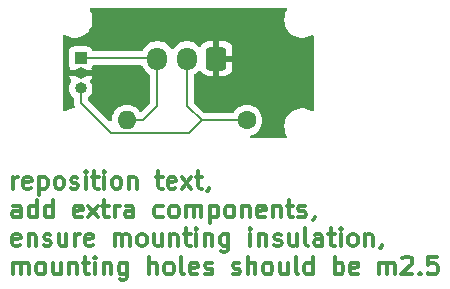
<source format=gbr>
%TF.GenerationSoftware,KiCad,Pcbnew,8.0.5*%
%TF.CreationDate,2024-12-15T17:31:05-06:00*%
%TF.ProjectId,Hall_Effect.V1,48616c6c-5f45-4666-9665-63742e56312e,rev?*%
%TF.SameCoordinates,Original*%
%TF.FileFunction,Copper,L1,Top*%
%TF.FilePolarity,Positive*%
%FSLAX46Y46*%
G04 Gerber Fmt 4.6, Leading zero omitted, Abs format (unit mm)*
G04 Created by KiCad (PCBNEW 8.0.5) date 2024-12-15 17:31:05*
%MOMM*%
%LPD*%
G01*
G04 APERTURE LIST*
G04 Aperture macros list*
%AMRoundRect*
0 Rectangle with rounded corners*
0 $1 Rounding radius*
0 $2 $3 $4 $5 $6 $7 $8 $9 X,Y pos of 4 corners*
0 Add a 4 corners polygon primitive as box body*
4,1,4,$2,$3,$4,$5,$6,$7,$8,$9,$2,$3,0*
0 Add four circle primitives for the rounded corners*
1,1,$1+$1,$2,$3*
1,1,$1+$1,$4,$5*
1,1,$1+$1,$6,$7*
1,1,$1+$1,$8,$9*
0 Add four rect primitives between the rounded corners*
20,1,$1+$1,$2,$3,$4,$5,0*
20,1,$1+$1,$4,$5,$6,$7,0*
20,1,$1+$1,$6,$7,$8,$9,0*
20,1,$1+$1,$8,$9,$2,$3,0*%
G04 Aperture macros list end*
%ADD10C,0.300000*%
%TA.AperFunction,NonConductor*%
%ADD11C,0.300000*%
%TD*%
%TA.AperFunction,ComponentPad*%
%ADD12R,1.000000X1.000000*%
%TD*%
%TA.AperFunction,ComponentPad*%
%ADD13O,1.000000X1.000000*%
%TD*%
%TA.AperFunction,ComponentPad*%
%ADD14C,1.600000*%
%TD*%
%TA.AperFunction,ComponentPad*%
%ADD15O,1.600000X1.600000*%
%TD*%
%TA.AperFunction,ComponentPad*%
%ADD16RoundRect,0.250000X0.600000X0.725000X-0.600000X0.725000X-0.600000X-0.725000X0.600000X-0.725000X0*%
%TD*%
%TA.AperFunction,ComponentPad*%
%ADD17O,1.700000X1.950000*%
%TD*%
%TA.AperFunction,Conductor*%
%ADD18C,0.200000*%
%TD*%
G04 APERTURE END LIST*
D10*
D11*
X95054510Y-89306080D02*
X95054510Y-88306080D01*
X95054510Y-88591794D02*
X95125939Y-88448937D01*
X95125939Y-88448937D02*
X95197368Y-88377509D01*
X95197368Y-88377509D02*
X95340225Y-88306080D01*
X95340225Y-88306080D02*
X95483082Y-88306080D01*
X96554510Y-89234652D02*
X96411653Y-89306080D01*
X96411653Y-89306080D02*
X96125939Y-89306080D01*
X96125939Y-89306080D02*
X95983081Y-89234652D01*
X95983081Y-89234652D02*
X95911653Y-89091794D01*
X95911653Y-89091794D02*
X95911653Y-88520366D01*
X95911653Y-88520366D02*
X95983081Y-88377509D01*
X95983081Y-88377509D02*
X96125939Y-88306080D01*
X96125939Y-88306080D02*
X96411653Y-88306080D01*
X96411653Y-88306080D02*
X96554510Y-88377509D01*
X96554510Y-88377509D02*
X96625939Y-88520366D01*
X96625939Y-88520366D02*
X96625939Y-88663223D01*
X96625939Y-88663223D02*
X95911653Y-88806080D01*
X97268795Y-88306080D02*
X97268795Y-89806080D01*
X97268795Y-88377509D02*
X97411653Y-88306080D01*
X97411653Y-88306080D02*
X97697367Y-88306080D01*
X97697367Y-88306080D02*
X97840224Y-88377509D01*
X97840224Y-88377509D02*
X97911653Y-88448937D01*
X97911653Y-88448937D02*
X97983081Y-88591794D01*
X97983081Y-88591794D02*
X97983081Y-89020366D01*
X97983081Y-89020366D02*
X97911653Y-89163223D01*
X97911653Y-89163223D02*
X97840224Y-89234652D01*
X97840224Y-89234652D02*
X97697367Y-89306080D01*
X97697367Y-89306080D02*
X97411653Y-89306080D01*
X97411653Y-89306080D02*
X97268795Y-89234652D01*
X98840224Y-89306080D02*
X98697367Y-89234652D01*
X98697367Y-89234652D02*
X98625938Y-89163223D01*
X98625938Y-89163223D02*
X98554510Y-89020366D01*
X98554510Y-89020366D02*
X98554510Y-88591794D01*
X98554510Y-88591794D02*
X98625938Y-88448937D01*
X98625938Y-88448937D02*
X98697367Y-88377509D01*
X98697367Y-88377509D02*
X98840224Y-88306080D01*
X98840224Y-88306080D02*
X99054510Y-88306080D01*
X99054510Y-88306080D02*
X99197367Y-88377509D01*
X99197367Y-88377509D02*
X99268796Y-88448937D01*
X99268796Y-88448937D02*
X99340224Y-88591794D01*
X99340224Y-88591794D02*
X99340224Y-89020366D01*
X99340224Y-89020366D02*
X99268796Y-89163223D01*
X99268796Y-89163223D02*
X99197367Y-89234652D01*
X99197367Y-89234652D02*
X99054510Y-89306080D01*
X99054510Y-89306080D02*
X98840224Y-89306080D01*
X99911653Y-89234652D02*
X100054510Y-89306080D01*
X100054510Y-89306080D02*
X100340224Y-89306080D01*
X100340224Y-89306080D02*
X100483081Y-89234652D01*
X100483081Y-89234652D02*
X100554510Y-89091794D01*
X100554510Y-89091794D02*
X100554510Y-89020366D01*
X100554510Y-89020366D02*
X100483081Y-88877509D01*
X100483081Y-88877509D02*
X100340224Y-88806080D01*
X100340224Y-88806080D02*
X100125939Y-88806080D01*
X100125939Y-88806080D02*
X99983081Y-88734652D01*
X99983081Y-88734652D02*
X99911653Y-88591794D01*
X99911653Y-88591794D02*
X99911653Y-88520366D01*
X99911653Y-88520366D02*
X99983081Y-88377509D01*
X99983081Y-88377509D02*
X100125939Y-88306080D01*
X100125939Y-88306080D02*
X100340224Y-88306080D01*
X100340224Y-88306080D02*
X100483081Y-88377509D01*
X101197367Y-89306080D02*
X101197367Y-88306080D01*
X101197367Y-87806080D02*
X101125939Y-87877509D01*
X101125939Y-87877509D02*
X101197367Y-87948937D01*
X101197367Y-87948937D02*
X101268796Y-87877509D01*
X101268796Y-87877509D02*
X101197367Y-87806080D01*
X101197367Y-87806080D02*
X101197367Y-87948937D01*
X101697368Y-88306080D02*
X102268796Y-88306080D01*
X101911653Y-87806080D02*
X101911653Y-89091794D01*
X101911653Y-89091794D02*
X101983082Y-89234652D01*
X101983082Y-89234652D02*
X102125939Y-89306080D01*
X102125939Y-89306080D02*
X102268796Y-89306080D01*
X102768796Y-89306080D02*
X102768796Y-88306080D01*
X102768796Y-87806080D02*
X102697368Y-87877509D01*
X102697368Y-87877509D02*
X102768796Y-87948937D01*
X102768796Y-87948937D02*
X102840225Y-87877509D01*
X102840225Y-87877509D02*
X102768796Y-87806080D01*
X102768796Y-87806080D02*
X102768796Y-87948937D01*
X103697368Y-89306080D02*
X103554511Y-89234652D01*
X103554511Y-89234652D02*
X103483082Y-89163223D01*
X103483082Y-89163223D02*
X103411654Y-89020366D01*
X103411654Y-89020366D02*
X103411654Y-88591794D01*
X103411654Y-88591794D02*
X103483082Y-88448937D01*
X103483082Y-88448937D02*
X103554511Y-88377509D01*
X103554511Y-88377509D02*
X103697368Y-88306080D01*
X103697368Y-88306080D02*
X103911654Y-88306080D01*
X103911654Y-88306080D02*
X104054511Y-88377509D01*
X104054511Y-88377509D02*
X104125940Y-88448937D01*
X104125940Y-88448937D02*
X104197368Y-88591794D01*
X104197368Y-88591794D02*
X104197368Y-89020366D01*
X104197368Y-89020366D02*
X104125940Y-89163223D01*
X104125940Y-89163223D02*
X104054511Y-89234652D01*
X104054511Y-89234652D02*
X103911654Y-89306080D01*
X103911654Y-89306080D02*
X103697368Y-89306080D01*
X104840225Y-88306080D02*
X104840225Y-89306080D01*
X104840225Y-88448937D02*
X104911654Y-88377509D01*
X104911654Y-88377509D02*
X105054511Y-88306080D01*
X105054511Y-88306080D02*
X105268797Y-88306080D01*
X105268797Y-88306080D02*
X105411654Y-88377509D01*
X105411654Y-88377509D02*
X105483083Y-88520366D01*
X105483083Y-88520366D02*
X105483083Y-89306080D01*
X107125940Y-88306080D02*
X107697368Y-88306080D01*
X107340225Y-87806080D02*
X107340225Y-89091794D01*
X107340225Y-89091794D02*
X107411654Y-89234652D01*
X107411654Y-89234652D02*
X107554511Y-89306080D01*
X107554511Y-89306080D02*
X107697368Y-89306080D01*
X108768797Y-89234652D02*
X108625940Y-89306080D01*
X108625940Y-89306080D02*
X108340226Y-89306080D01*
X108340226Y-89306080D02*
X108197368Y-89234652D01*
X108197368Y-89234652D02*
X108125940Y-89091794D01*
X108125940Y-89091794D02*
X108125940Y-88520366D01*
X108125940Y-88520366D02*
X108197368Y-88377509D01*
X108197368Y-88377509D02*
X108340226Y-88306080D01*
X108340226Y-88306080D02*
X108625940Y-88306080D01*
X108625940Y-88306080D02*
X108768797Y-88377509D01*
X108768797Y-88377509D02*
X108840226Y-88520366D01*
X108840226Y-88520366D02*
X108840226Y-88663223D01*
X108840226Y-88663223D02*
X108125940Y-88806080D01*
X109340225Y-89306080D02*
X110125940Y-88306080D01*
X109340225Y-88306080D02*
X110125940Y-89306080D01*
X110483083Y-88306080D02*
X111054511Y-88306080D01*
X110697368Y-87806080D02*
X110697368Y-89091794D01*
X110697368Y-89091794D02*
X110768797Y-89234652D01*
X110768797Y-89234652D02*
X110911654Y-89306080D01*
X110911654Y-89306080D02*
X111054511Y-89306080D01*
X111625940Y-89234652D02*
X111625940Y-89306080D01*
X111625940Y-89306080D02*
X111554511Y-89448937D01*
X111554511Y-89448937D02*
X111483083Y-89520366D01*
X95697368Y-91720996D02*
X95697368Y-90935282D01*
X95697368Y-90935282D02*
X95625939Y-90792425D01*
X95625939Y-90792425D02*
X95483082Y-90720996D01*
X95483082Y-90720996D02*
X95197368Y-90720996D01*
X95197368Y-90720996D02*
X95054510Y-90792425D01*
X95697368Y-91649568D02*
X95554510Y-91720996D01*
X95554510Y-91720996D02*
X95197368Y-91720996D01*
X95197368Y-91720996D02*
X95054510Y-91649568D01*
X95054510Y-91649568D02*
X94983082Y-91506710D01*
X94983082Y-91506710D02*
X94983082Y-91363853D01*
X94983082Y-91363853D02*
X95054510Y-91220996D01*
X95054510Y-91220996D02*
X95197368Y-91149568D01*
X95197368Y-91149568D02*
X95554510Y-91149568D01*
X95554510Y-91149568D02*
X95697368Y-91078139D01*
X97054511Y-91720996D02*
X97054511Y-90220996D01*
X97054511Y-91649568D02*
X96911653Y-91720996D01*
X96911653Y-91720996D02*
X96625939Y-91720996D01*
X96625939Y-91720996D02*
X96483082Y-91649568D01*
X96483082Y-91649568D02*
X96411653Y-91578139D01*
X96411653Y-91578139D02*
X96340225Y-91435282D01*
X96340225Y-91435282D02*
X96340225Y-91006710D01*
X96340225Y-91006710D02*
X96411653Y-90863853D01*
X96411653Y-90863853D02*
X96483082Y-90792425D01*
X96483082Y-90792425D02*
X96625939Y-90720996D01*
X96625939Y-90720996D02*
X96911653Y-90720996D01*
X96911653Y-90720996D02*
X97054511Y-90792425D01*
X98411654Y-91720996D02*
X98411654Y-90220996D01*
X98411654Y-91649568D02*
X98268796Y-91720996D01*
X98268796Y-91720996D02*
X97983082Y-91720996D01*
X97983082Y-91720996D02*
X97840225Y-91649568D01*
X97840225Y-91649568D02*
X97768796Y-91578139D01*
X97768796Y-91578139D02*
X97697368Y-91435282D01*
X97697368Y-91435282D02*
X97697368Y-91006710D01*
X97697368Y-91006710D02*
X97768796Y-90863853D01*
X97768796Y-90863853D02*
X97840225Y-90792425D01*
X97840225Y-90792425D02*
X97983082Y-90720996D01*
X97983082Y-90720996D02*
X98268796Y-90720996D01*
X98268796Y-90720996D02*
X98411654Y-90792425D01*
X100840225Y-91649568D02*
X100697368Y-91720996D01*
X100697368Y-91720996D02*
X100411654Y-91720996D01*
X100411654Y-91720996D02*
X100268796Y-91649568D01*
X100268796Y-91649568D02*
X100197368Y-91506710D01*
X100197368Y-91506710D02*
X100197368Y-90935282D01*
X100197368Y-90935282D02*
X100268796Y-90792425D01*
X100268796Y-90792425D02*
X100411654Y-90720996D01*
X100411654Y-90720996D02*
X100697368Y-90720996D01*
X100697368Y-90720996D02*
X100840225Y-90792425D01*
X100840225Y-90792425D02*
X100911654Y-90935282D01*
X100911654Y-90935282D02*
X100911654Y-91078139D01*
X100911654Y-91078139D02*
X100197368Y-91220996D01*
X101411653Y-91720996D02*
X102197368Y-90720996D01*
X101411653Y-90720996D02*
X102197368Y-91720996D01*
X102554511Y-90720996D02*
X103125939Y-90720996D01*
X102768796Y-90220996D02*
X102768796Y-91506710D01*
X102768796Y-91506710D02*
X102840225Y-91649568D01*
X102840225Y-91649568D02*
X102983082Y-91720996D01*
X102983082Y-91720996D02*
X103125939Y-91720996D01*
X103625939Y-91720996D02*
X103625939Y-90720996D01*
X103625939Y-91006710D02*
X103697368Y-90863853D01*
X103697368Y-90863853D02*
X103768797Y-90792425D01*
X103768797Y-90792425D02*
X103911654Y-90720996D01*
X103911654Y-90720996D02*
X104054511Y-90720996D01*
X105197368Y-91720996D02*
X105197368Y-90935282D01*
X105197368Y-90935282D02*
X105125939Y-90792425D01*
X105125939Y-90792425D02*
X104983082Y-90720996D01*
X104983082Y-90720996D02*
X104697368Y-90720996D01*
X104697368Y-90720996D02*
X104554510Y-90792425D01*
X105197368Y-91649568D02*
X105054510Y-91720996D01*
X105054510Y-91720996D02*
X104697368Y-91720996D01*
X104697368Y-91720996D02*
X104554510Y-91649568D01*
X104554510Y-91649568D02*
X104483082Y-91506710D01*
X104483082Y-91506710D02*
X104483082Y-91363853D01*
X104483082Y-91363853D02*
X104554510Y-91220996D01*
X104554510Y-91220996D02*
X104697368Y-91149568D01*
X104697368Y-91149568D02*
X105054510Y-91149568D01*
X105054510Y-91149568D02*
X105197368Y-91078139D01*
X107697368Y-91649568D02*
X107554510Y-91720996D01*
X107554510Y-91720996D02*
X107268796Y-91720996D01*
X107268796Y-91720996D02*
X107125939Y-91649568D01*
X107125939Y-91649568D02*
X107054510Y-91578139D01*
X107054510Y-91578139D02*
X106983082Y-91435282D01*
X106983082Y-91435282D02*
X106983082Y-91006710D01*
X106983082Y-91006710D02*
X107054510Y-90863853D01*
X107054510Y-90863853D02*
X107125939Y-90792425D01*
X107125939Y-90792425D02*
X107268796Y-90720996D01*
X107268796Y-90720996D02*
X107554510Y-90720996D01*
X107554510Y-90720996D02*
X107697368Y-90792425D01*
X108554510Y-91720996D02*
X108411653Y-91649568D01*
X108411653Y-91649568D02*
X108340224Y-91578139D01*
X108340224Y-91578139D02*
X108268796Y-91435282D01*
X108268796Y-91435282D02*
X108268796Y-91006710D01*
X108268796Y-91006710D02*
X108340224Y-90863853D01*
X108340224Y-90863853D02*
X108411653Y-90792425D01*
X108411653Y-90792425D02*
X108554510Y-90720996D01*
X108554510Y-90720996D02*
X108768796Y-90720996D01*
X108768796Y-90720996D02*
X108911653Y-90792425D01*
X108911653Y-90792425D02*
X108983082Y-90863853D01*
X108983082Y-90863853D02*
X109054510Y-91006710D01*
X109054510Y-91006710D02*
X109054510Y-91435282D01*
X109054510Y-91435282D02*
X108983082Y-91578139D01*
X108983082Y-91578139D02*
X108911653Y-91649568D01*
X108911653Y-91649568D02*
X108768796Y-91720996D01*
X108768796Y-91720996D02*
X108554510Y-91720996D01*
X109697367Y-91720996D02*
X109697367Y-90720996D01*
X109697367Y-90863853D02*
X109768796Y-90792425D01*
X109768796Y-90792425D02*
X109911653Y-90720996D01*
X109911653Y-90720996D02*
X110125939Y-90720996D01*
X110125939Y-90720996D02*
X110268796Y-90792425D01*
X110268796Y-90792425D02*
X110340225Y-90935282D01*
X110340225Y-90935282D02*
X110340225Y-91720996D01*
X110340225Y-90935282D02*
X110411653Y-90792425D01*
X110411653Y-90792425D02*
X110554510Y-90720996D01*
X110554510Y-90720996D02*
X110768796Y-90720996D01*
X110768796Y-90720996D02*
X110911653Y-90792425D01*
X110911653Y-90792425D02*
X110983082Y-90935282D01*
X110983082Y-90935282D02*
X110983082Y-91720996D01*
X111697367Y-90720996D02*
X111697367Y-92220996D01*
X111697367Y-90792425D02*
X111840225Y-90720996D01*
X111840225Y-90720996D02*
X112125939Y-90720996D01*
X112125939Y-90720996D02*
X112268796Y-90792425D01*
X112268796Y-90792425D02*
X112340225Y-90863853D01*
X112340225Y-90863853D02*
X112411653Y-91006710D01*
X112411653Y-91006710D02*
X112411653Y-91435282D01*
X112411653Y-91435282D02*
X112340225Y-91578139D01*
X112340225Y-91578139D02*
X112268796Y-91649568D01*
X112268796Y-91649568D02*
X112125939Y-91720996D01*
X112125939Y-91720996D02*
X111840225Y-91720996D01*
X111840225Y-91720996D02*
X111697367Y-91649568D01*
X113268796Y-91720996D02*
X113125939Y-91649568D01*
X113125939Y-91649568D02*
X113054510Y-91578139D01*
X113054510Y-91578139D02*
X112983082Y-91435282D01*
X112983082Y-91435282D02*
X112983082Y-91006710D01*
X112983082Y-91006710D02*
X113054510Y-90863853D01*
X113054510Y-90863853D02*
X113125939Y-90792425D01*
X113125939Y-90792425D02*
X113268796Y-90720996D01*
X113268796Y-90720996D02*
X113483082Y-90720996D01*
X113483082Y-90720996D02*
X113625939Y-90792425D01*
X113625939Y-90792425D02*
X113697368Y-90863853D01*
X113697368Y-90863853D02*
X113768796Y-91006710D01*
X113768796Y-91006710D02*
X113768796Y-91435282D01*
X113768796Y-91435282D02*
X113697368Y-91578139D01*
X113697368Y-91578139D02*
X113625939Y-91649568D01*
X113625939Y-91649568D02*
X113483082Y-91720996D01*
X113483082Y-91720996D02*
X113268796Y-91720996D01*
X114411653Y-90720996D02*
X114411653Y-91720996D01*
X114411653Y-90863853D02*
X114483082Y-90792425D01*
X114483082Y-90792425D02*
X114625939Y-90720996D01*
X114625939Y-90720996D02*
X114840225Y-90720996D01*
X114840225Y-90720996D02*
X114983082Y-90792425D01*
X114983082Y-90792425D02*
X115054511Y-90935282D01*
X115054511Y-90935282D02*
X115054511Y-91720996D01*
X116340225Y-91649568D02*
X116197368Y-91720996D01*
X116197368Y-91720996D02*
X115911654Y-91720996D01*
X115911654Y-91720996D02*
X115768796Y-91649568D01*
X115768796Y-91649568D02*
X115697368Y-91506710D01*
X115697368Y-91506710D02*
X115697368Y-90935282D01*
X115697368Y-90935282D02*
X115768796Y-90792425D01*
X115768796Y-90792425D02*
X115911654Y-90720996D01*
X115911654Y-90720996D02*
X116197368Y-90720996D01*
X116197368Y-90720996D02*
X116340225Y-90792425D01*
X116340225Y-90792425D02*
X116411654Y-90935282D01*
X116411654Y-90935282D02*
X116411654Y-91078139D01*
X116411654Y-91078139D02*
X115697368Y-91220996D01*
X117054510Y-90720996D02*
X117054510Y-91720996D01*
X117054510Y-90863853D02*
X117125939Y-90792425D01*
X117125939Y-90792425D02*
X117268796Y-90720996D01*
X117268796Y-90720996D02*
X117483082Y-90720996D01*
X117483082Y-90720996D02*
X117625939Y-90792425D01*
X117625939Y-90792425D02*
X117697368Y-90935282D01*
X117697368Y-90935282D02*
X117697368Y-91720996D01*
X118197368Y-90720996D02*
X118768796Y-90720996D01*
X118411653Y-90220996D02*
X118411653Y-91506710D01*
X118411653Y-91506710D02*
X118483082Y-91649568D01*
X118483082Y-91649568D02*
X118625939Y-91720996D01*
X118625939Y-91720996D02*
X118768796Y-91720996D01*
X119197368Y-91649568D02*
X119340225Y-91720996D01*
X119340225Y-91720996D02*
X119625939Y-91720996D01*
X119625939Y-91720996D02*
X119768796Y-91649568D01*
X119768796Y-91649568D02*
X119840225Y-91506710D01*
X119840225Y-91506710D02*
X119840225Y-91435282D01*
X119840225Y-91435282D02*
X119768796Y-91292425D01*
X119768796Y-91292425D02*
X119625939Y-91220996D01*
X119625939Y-91220996D02*
X119411654Y-91220996D01*
X119411654Y-91220996D02*
X119268796Y-91149568D01*
X119268796Y-91149568D02*
X119197368Y-91006710D01*
X119197368Y-91006710D02*
X119197368Y-90935282D01*
X119197368Y-90935282D02*
X119268796Y-90792425D01*
X119268796Y-90792425D02*
X119411654Y-90720996D01*
X119411654Y-90720996D02*
X119625939Y-90720996D01*
X119625939Y-90720996D02*
X119768796Y-90792425D01*
X120554511Y-91649568D02*
X120554511Y-91720996D01*
X120554511Y-91720996D02*
X120483082Y-91863853D01*
X120483082Y-91863853D02*
X120411654Y-91935282D01*
X95625939Y-94064484D02*
X95483082Y-94135912D01*
X95483082Y-94135912D02*
X95197368Y-94135912D01*
X95197368Y-94135912D02*
X95054510Y-94064484D01*
X95054510Y-94064484D02*
X94983082Y-93921626D01*
X94983082Y-93921626D02*
X94983082Y-93350198D01*
X94983082Y-93350198D02*
X95054510Y-93207341D01*
X95054510Y-93207341D02*
X95197368Y-93135912D01*
X95197368Y-93135912D02*
X95483082Y-93135912D01*
X95483082Y-93135912D02*
X95625939Y-93207341D01*
X95625939Y-93207341D02*
X95697368Y-93350198D01*
X95697368Y-93350198D02*
X95697368Y-93493055D01*
X95697368Y-93493055D02*
X94983082Y-93635912D01*
X96340224Y-93135912D02*
X96340224Y-94135912D01*
X96340224Y-93278769D02*
X96411653Y-93207341D01*
X96411653Y-93207341D02*
X96554510Y-93135912D01*
X96554510Y-93135912D02*
X96768796Y-93135912D01*
X96768796Y-93135912D02*
X96911653Y-93207341D01*
X96911653Y-93207341D02*
X96983082Y-93350198D01*
X96983082Y-93350198D02*
X96983082Y-94135912D01*
X97625939Y-94064484D02*
X97768796Y-94135912D01*
X97768796Y-94135912D02*
X98054510Y-94135912D01*
X98054510Y-94135912D02*
X98197367Y-94064484D01*
X98197367Y-94064484D02*
X98268796Y-93921626D01*
X98268796Y-93921626D02*
X98268796Y-93850198D01*
X98268796Y-93850198D02*
X98197367Y-93707341D01*
X98197367Y-93707341D02*
X98054510Y-93635912D01*
X98054510Y-93635912D02*
X97840225Y-93635912D01*
X97840225Y-93635912D02*
X97697367Y-93564484D01*
X97697367Y-93564484D02*
X97625939Y-93421626D01*
X97625939Y-93421626D02*
X97625939Y-93350198D01*
X97625939Y-93350198D02*
X97697367Y-93207341D01*
X97697367Y-93207341D02*
X97840225Y-93135912D01*
X97840225Y-93135912D02*
X98054510Y-93135912D01*
X98054510Y-93135912D02*
X98197367Y-93207341D01*
X99554511Y-93135912D02*
X99554511Y-94135912D01*
X98911653Y-93135912D02*
X98911653Y-93921626D01*
X98911653Y-93921626D02*
X98983082Y-94064484D01*
X98983082Y-94064484D02*
X99125939Y-94135912D01*
X99125939Y-94135912D02*
X99340225Y-94135912D01*
X99340225Y-94135912D02*
X99483082Y-94064484D01*
X99483082Y-94064484D02*
X99554511Y-93993055D01*
X100268796Y-94135912D02*
X100268796Y-93135912D01*
X100268796Y-93421626D02*
X100340225Y-93278769D01*
X100340225Y-93278769D02*
X100411654Y-93207341D01*
X100411654Y-93207341D02*
X100554511Y-93135912D01*
X100554511Y-93135912D02*
X100697368Y-93135912D01*
X101768796Y-94064484D02*
X101625939Y-94135912D01*
X101625939Y-94135912D02*
X101340225Y-94135912D01*
X101340225Y-94135912D02*
X101197367Y-94064484D01*
X101197367Y-94064484D02*
X101125939Y-93921626D01*
X101125939Y-93921626D02*
X101125939Y-93350198D01*
X101125939Y-93350198D02*
X101197367Y-93207341D01*
X101197367Y-93207341D02*
X101340225Y-93135912D01*
X101340225Y-93135912D02*
X101625939Y-93135912D01*
X101625939Y-93135912D02*
X101768796Y-93207341D01*
X101768796Y-93207341D02*
X101840225Y-93350198D01*
X101840225Y-93350198D02*
X101840225Y-93493055D01*
X101840225Y-93493055D02*
X101125939Y-93635912D01*
X103625938Y-94135912D02*
X103625938Y-93135912D01*
X103625938Y-93278769D02*
X103697367Y-93207341D01*
X103697367Y-93207341D02*
X103840224Y-93135912D01*
X103840224Y-93135912D02*
X104054510Y-93135912D01*
X104054510Y-93135912D02*
X104197367Y-93207341D01*
X104197367Y-93207341D02*
X104268796Y-93350198D01*
X104268796Y-93350198D02*
X104268796Y-94135912D01*
X104268796Y-93350198D02*
X104340224Y-93207341D01*
X104340224Y-93207341D02*
X104483081Y-93135912D01*
X104483081Y-93135912D02*
X104697367Y-93135912D01*
X104697367Y-93135912D02*
X104840224Y-93207341D01*
X104840224Y-93207341D02*
X104911653Y-93350198D01*
X104911653Y-93350198D02*
X104911653Y-94135912D01*
X105840224Y-94135912D02*
X105697367Y-94064484D01*
X105697367Y-94064484D02*
X105625938Y-93993055D01*
X105625938Y-93993055D02*
X105554510Y-93850198D01*
X105554510Y-93850198D02*
X105554510Y-93421626D01*
X105554510Y-93421626D02*
X105625938Y-93278769D01*
X105625938Y-93278769D02*
X105697367Y-93207341D01*
X105697367Y-93207341D02*
X105840224Y-93135912D01*
X105840224Y-93135912D02*
X106054510Y-93135912D01*
X106054510Y-93135912D02*
X106197367Y-93207341D01*
X106197367Y-93207341D02*
X106268796Y-93278769D01*
X106268796Y-93278769D02*
X106340224Y-93421626D01*
X106340224Y-93421626D02*
X106340224Y-93850198D01*
X106340224Y-93850198D02*
X106268796Y-93993055D01*
X106268796Y-93993055D02*
X106197367Y-94064484D01*
X106197367Y-94064484D02*
X106054510Y-94135912D01*
X106054510Y-94135912D02*
X105840224Y-94135912D01*
X107625939Y-93135912D02*
X107625939Y-94135912D01*
X106983081Y-93135912D02*
X106983081Y-93921626D01*
X106983081Y-93921626D02*
X107054510Y-94064484D01*
X107054510Y-94064484D02*
X107197367Y-94135912D01*
X107197367Y-94135912D02*
X107411653Y-94135912D01*
X107411653Y-94135912D02*
X107554510Y-94064484D01*
X107554510Y-94064484D02*
X107625939Y-93993055D01*
X108340224Y-93135912D02*
X108340224Y-94135912D01*
X108340224Y-93278769D02*
X108411653Y-93207341D01*
X108411653Y-93207341D02*
X108554510Y-93135912D01*
X108554510Y-93135912D02*
X108768796Y-93135912D01*
X108768796Y-93135912D02*
X108911653Y-93207341D01*
X108911653Y-93207341D02*
X108983082Y-93350198D01*
X108983082Y-93350198D02*
X108983082Y-94135912D01*
X109483082Y-93135912D02*
X110054510Y-93135912D01*
X109697367Y-92635912D02*
X109697367Y-93921626D01*
X109697367Y-93921626D02*
X109768796Y-94064484D01*
X109768796Y-94064484D02*
X109911653Y-94135912D01*
X109911653Y-94135912D02*
X110054510Y-94135912D01*
X110554510Y-94135912D02*
X110554510Y-93135912D01*
X110554510Y-92635912D02*
X110483082Y-92707341D01*
X110483082Y-92707341D02*
X110554510Y-92778769D01*
X110554510Y-92778769D02*
X110625939Y-92707341D01*
X110625939Y-92707341D02*
X110554510Y-92635912D01*
X110554510Y-92635912D02*
X110554510Y-92778769D01*
X111268796Y-93135912D02*
X111268796Y-94135912D01*
X111268796Y-93278769D02*
X111340225Y-93207341D01*
X111340225Y-93207341D02*
X111483082Y-93135912D01*
X111483082Y-93135912D02*
X111697368Y-93135912D01*
X111697368Y-93135912D02*
X111840225Y-93207341D01*
X111840225Y-93207341D02*
X111911654Y-93350198D01*
X111911654Y-93350198D02*
X111911654Y-94135912D01*
X113268797Y-93135912D02*
X113268797Y-94350198D01*
X113268797Y-94350198D02*
X113197368Y-94493055D01*
X113197368Y-94493055D02*
X113125939Y-94564484D01*
X113125939Y-94564484D02*
X112983082Y-94635912D01*
X112983082Y-94635912D02*
X112768797Y-94635912D01*
X112768797Y-94635912D02*
X112625939Y-94564484D01*
X113268797Y-94064484D02*
X113125939Y-94135912D01*
X113125939Y-94135912D02*
X112840225Y-94135912D01*
X112840225Y-94135912D02*
X112697368Y-94064484D01*
X112697368Y-94064484D02*
X112625939Y-93993055D01*
X112625939Y-93993055D02*
X112554511Y-93850198D01*
X112554511Y-93850198D02*
X112554511Y-93421626D01*
X112554511Y-93421626D02*
X112625939Y-93278769D01*
X112625939Y-93278769D02*
X112697368Y-93207341D01*
X112697368Y-93207341D02*
X112840225Y-93135912D01*
X112840225Y-93135912D02*
X113125939Y-93135912D01*
X113125939Y-93135912D02*
X113268797Y-93207341D01*
X115125939Y-94135912D02*
X115125939Y-93135912D01*
X115125939Y-92635912D02*
X115054511Y-92707341D01*
X115054511Y-92707341D02*
X115125939Y-92778769D01*
X115125939Y-92778769D02*
X115197368Y-92707341D01*
X115197368Y-92707341D02*
X115125939Y-92635912D01*
X115125939Y-92635912D02*
X115125939Y-92778769D01*
X115840225Y-93135912D02*
X115840225Y-94135912D01*
X115840225Y-93278769D02*
X115911654Y-93207341D01*
X115911654Y-93207341D02*
X116054511Y-93135912D01*
X116054511Y-93135912D02*
X116268797Y-93135912D01*
X116268797Y-93135912D02*
X116411654Y-93207341D01*
X116411654Y-93207341D02*
X116483083Y-93350198D01*
X116483083Y-93350198D02*
X116483083Y-94135912D01*
X117125940Y-94064484D02*
X117268797Y-94135912D01*
X117268797Y-94135912D02*
X117554511Y-94135912D01*
X117554511Y-94135912D02*
X117697368Y-94064484D01*
X117697368Y-94064484D02*
X117768797Y-93921626D01*
X117768797Y-93921626D02*
X117768797Y-93850198D01*
X117768797Y-93850198D02*
X117697368Y-93707341D01*
X117697368Y-93707341D02*
X117554511Y-93635912D01*
X117554511Y-93635912D02*
X117340226Y-93635912D01*
X117340226Y-93635912D02*
X117197368Y-93564484D01*
X117197368Y-93564484D02*
X117125940Y-93421626D01*
X117125940Y-93421626D02*
X117125940Y-93350198D01*
X117125940Y-93350198D02*
X117197368Y-93207341D01*
X117197368Y-93207341D02*
X117340226Y-93135912D01*
X117340226Y-93135912D02*
X117554511Y-93135912D01*
X117554511Y-93135912D02*
X117697368Y-93207341D01*
X119054512Y-93135912D02*
X119054512Y-94135912D01*
X118411654Y-93135912D02*
X118411654Y-93921626D01*
X118411654Y-93921626D02*
X118483083Y-94064484D01*
X118483083Y-94064484D02*
X118625940Y-94135912D01*
X118625940Y-94135912D02*
X118840226Y-94135912D01*
X118840226Y-94135912D02*
X118983083Y-94064484D01*
X118983083Y-94064484D02*
X119054512Y-93993055D01*
X119983083Y-94135912D02*
X119840226Y-94064484D01*
X119840226Y-94064484D02*
X119768797Y-93921626D01*
X119768797Y-93921626D02*
X119768797Y-92635912D01*
X121197369Y-94135912D02*
X121197369Y-93350198D01*
X121197369Y-93350198D02*
X121125940Y-93207341D01*
X121125940Y-93207341D02*
X120983083Y-93135912D01*
X120983083Y-93135912D02*
X120697369Y-93135912D01*
X120697369Y-93135912D02*
X120554511Y-93207341D01*
X121197369Y-94064484D02*
X121054511Y-94135912D01*
X121054511Y-94135912D02*
X120697369Y-94135912D01*
X120697369Y-94135912D02*
X120554511Y-94064484D01*
X120554511Y-94064484D02*
X120483083Y-93921626D01*
X120483083Y-93921626D02*
X120483083Y-93778769D01*
X120483083Y-93778769D02*
X120554511Y-93635912D01*
X120554511Y-93635912D02*
X120697369Y-93564484D01*
X120697369Y-93564484D02*
X121054511Y-93564484D01*
X121054511Y-93564484D02*
X121197369Y-93493055D01*
X121697369Y-93135912D02*
X122268797Y-93135912D01*
X121911654Y-92635912D02*
X121911654Y-93921626D01*
X121911654Y-93921626D02*
X121983083Y-94064484D01*
X121983083Y-94064484D02*
X122125940Y-94135912D01*
X122125940Y-94135912D02*
X122268797Y-94135912D01*
X122768797Y-94135912D02*
X122768797Y-93135912D01*
X122768797Y-92635912D02*
X122697369Y-92707341D01*
X122697369Y-92707341D02*
X122768797Y-92778769D01*
X122768797Y-92778769D02*
X122840226Y-92707341D01*
X122840226Y-92707341D02*
X122768797Y-92635912D01*
X122768797Y-92635912D02*
X122768797Y-92778769D01*
X123697369Y-94135912D02*
X123554512Y-94064484D01*
X123554512Y-94064484D02*
X123483083Y-93993055D01*
X123483083Y-93993055D02*
X123411655Y-93850198D01*
X123411655Y-93850198D02*
X123411655Y-93421626D01*
X123411655Y-93421626D02*
X123483083Y-93278769D01*
X123483083Y-93278769D02*
X123554512Y-93207341D01*
X123554512Y-93207341D02*
X123697369Y-93135912D01*
X123697369Y-93135912D02*
X123911655Y-93135912D01*
X123911655Y-93135912D02*
X124054512Y-93207341D01*
X124054512Y-93207341D02*
X124125941Y-93278769D01*
X124125941Y-93278769D02*
X124197369Y-93421626D01*
X124197369Y-93421626D02*
X124197369Y-93850198D01*
X124197369Y-93850198D02*
X124125941Y-93993055D01*
X124125941Y-93993055D02*
X124054512Y-94064484D01*
X124054512Y-94064484D02*
X123911655Y-94135912D01*
X123911655Y-94135912D02*
X123697369Y-94135912D01*
X124840226Y-93135912D02*
X124840226Y-94135912D01*
X124840226Y-93278769D02*
X124911655Y-93207341D01*
X124911655Y-93207341D02*
X125054512Y-93135912D01*
X125054512Y-93135912D02*
X125268798Y-93135912D01*
X125268798Y-93135912D02*
X125411655Y-93207341D01*
X125411655Y-93207341D02*
X125483084Y-93350198D01*
X125483084Y-93350198D02*
X125483084Y-94135912D01*
X126268798Y-94064484D02*
X126268798Y-94135912D01*
X126268798Y-94135912D02*
X126197369Y-94278769D01*
X126197369Y-94278769D02*
X126125941Y-94350198D01*
X95054510Y-96550828D02*
X95054510Y-95550828D01*
X95054510Y-95693685D02*
X95125939Y-95622257D01*
X95125939Y-95622257D02*
X95268796Y-95550828D01*
X95268796Y-95550828D02*
X95483082Y-95550828D01*
X95483082Y-95550828D02*
X95625939Y-95622257D01*
X95625939Y-95622257D02*
X95697368Y-95765114D01*
X95697368Y-95765114D02*
X95697368Y-96550828D01*
X95697368Y-95765114D02*
X95768796Y-95622257D01*
X95768796Y-95622257D02*
X95911653Y-95550828D01*
X95911653Y-95550828D02*
X96125939Y-95550828D01*
X96125939Y-95550828D02*
X96268796Y-95622257D01*
X96268796Y-95622257D02*
X96340225Y-95765114D01*
X96340225Y-95765114D02*
X96340225Y-96550828D01*
X97268796Y-96550828D02*
X97125939Y-96479400D01*
X97125939Y-96479400D02*
X97054510Y-96407971D01*
X97054510Y-96407971D02*
X96983082Y-96265114D01*
X96983082Y-96265114D02*
X96983082Y-95836542D01*
X96983082Y-95836542D02*
X97054510Y-95693685D01*
X97054510Y-95693685D02*
X97125939Y-95622257D01*
X97125939Y-95622257D02*
X97268796Y-95550828D01*
X97268796Y-95550828D02*
X97483082Y-95550828D01*
X97483082Y-95550828D02*
X97625939Y-95622257D01*
X97625939Y-95622257D02*
X97697368Y-95693685D01*
X97697368Y-95693685D02*
X97768796Y-95836542D01*
X97768796Y-95836542D02*
X97768796Y-96265114D01*
X97768796Y-96265114D02*
X97697368Y-96407971D01*
X97697368Y-96407971D02*
X97625939Y-96479400D01*
X97625939Y-96479400D02*
X97483082Y-96550828D01*
X97483082Y-96550828D02*
X97268796Y-96550828D01*
X99054511Y-95550828D02*
X99054511Y-96550828D01*
X98411653Y-95550828D02*
X98411653Y-96336542D01*
X98411653Y-96336542D02*
X98483082Y-96479400D01*
X98483082Y-96479400D02*
X98625939Y-96550828D01*
X98625939Y-96550828D02*
X98840225Y-96550828D01*
X98840225Y-96550828D02*
X98983082Y-96479400D01*
X98983082Y-96479400D02*
X99054511Y-96407971D01*
X99768796Y-95550828D02*
X99768796Y-96550828D01*
X99768796Y-95693685D02*
X99840225Y-95622257D01*
X99840225Y-95622257D02*
X99983082Y-95550828D01*
X99983082Y-95550828D02*
X100197368Y-95550828D01*
X100197368Y-95550828D02*
X100340225Y-95622257D01*
X100340225Y-95622257D02*
X100411654Y-95765114D01*
X100411654Y-95765114D02*
X100411654Y-96550828D01*
X100911654Y-95550828D02*
X101483082Y-95550828D01*
X101125939Y-95050828D02*
X101125939Y-96336542D01*
X101125939Y-96336542D02*
X101197368Y-96479400D01*
X101197368Y-96479400D02*
X101340225Y-96550828D01*
X101340225Y-96550828D02*
X101483082Y-96550828D01*
X101983082Y-96550828D02*
X101983082Y-95550828D01*
X101983082Y-95050828D02*
X101911654Y-95122257D01*
X101911654Y-95122257D02*
X101983082Y-95193685D01*
X101983082Y-95193685D02*
X102054511Y-95122257D01*
X102054511Y-95122257D02*
X101983082Y-95050828D01*
X101983082Y-95050828D02*
X101983082Y-95193685D01*
X102697368Y-95550828D02*
X102697368Y-96550828D01*
X102697368Y-95693685D02*
X102768797Y-95622257D01*
X102768797Y-95622257D02*
X102911654Y-95550828D01*
X102911654Y-95550828D02*
X103125940Y-95550828D01*
X103125940Y-95550828D02*
X103268797Y-95622257D01*
X103268797Y-95622257D02*
X103340226Y-95765114D01*
X103340226Y-95765114D02*
X103340226Y-96550828D01*
X104697369Y-95550828D02*
X104697369Y-96765114D01*
X104697369Y-96765114D02*
X104625940Y-96907971D01*
X104625940Y-96907971D02*
X104554511Y-96979400D01*
X104554511Y-96979400D02*
X104411654Y-97050828D01*
X104411654Y-97050828D02*
X104197369Y-97050828D01*
X104197369Y-97050828D02*
X104054511Y-96979400D01*
X104697369Y-96479400D02*
X104554511Y-96550828D01*
X104554511Y-96550828D02*
X104268797Y-96550828D01*
X104268797Y-96550828D02*
X104125940Y-96479400D01*
X104125940Y-96479400D02*
X104054511Y-96407971D01*
X104054511Y-96407971D02*
X103983083Y-96265114D01*
X103983083Y-96265114D02*
X103983083Y-95836542D01*
X103983083Y-95836542D02*
X104054511Y-95693685D01*
X104054511Y-95693685D02*
X104125940Y-95622257D01*
X104125940Y-95622257D02*
X104268797Y-95550828D01*
X104268797Y-95550828D02*
X104554511Y-95550828D01*
X104554511Y-95550828D02*
X104697369Y-95622257D01*
X106554511Y-96550828D02*
X106554511Y-95050828D01*
X107197369Y-96550828D02*
X107197369Y-95765114D01*
X107197369Y-95765114D02*
X107125940Y-95622257D01*
X107125940Y-95622257D02*
X106983083Y-95550828D01*
X106983083Y-95550828D02*
X106768797Y-95550828D01*
X106768797Y-95550828D02*
X106625940Y-95622257D01*
X106625940Y-95622257D02*
X106554511Y-95693685D01*
X108125940Y-96550828D02*
X107983083Y-96479400D01*
X107983083Y-96479400D02*
X107911654Y-96407971D01*
X107911654Y-96407971D02*
X107840226Y-96265114D01*
X107840226Y-96265114D02*
X107840226Y-95836542D01*
X107840226Y-95836542D02*
X107911654Y-95693685D01*
X107911654Y-95693685D02*
X107983083Y-95622257D01*
X107983083Y-95622257D02*
X108125940Y-95550828D01*
X108125940Y-95550828D02*
X108340226Y-95550828D01*
X108340226Y-95550828D02*
X108483083Y-95622257D01*
X108483083Y-95622257D02*
X108554512Y-95693685D01*
X108554512Y-95693685D02*
X108625940Y-95836542D01*
X108625940Y-95836542D02*
X108625940Y-96265114D01*
X108625940Y-96265114D02*
X108554512Y-96407971D01*
X108554512Y-96407971D02*
X108483083Y-96479400D01*
X108483083Y-96479400D02*
X108340226Y-96550828D01*
X108340226Y-96550828D02*
X108125940Y-96550828D01*
X109483083Y-96550828D02*
X109340226Y-96479400D01*
X109340226Y-96479400D02*
X109268797Y-96336542D01*
X109268797Y-96336542D02*
X109268797Y-95050828D01*
X110625940Y-96479400D02*
X110483083Y-96550828D01*
X110483083Y-96550828D02*
X110197369Y-96550828D01*
X110197369Y-96550828D02*
X110054511Y-96479400D01*
X110054511Y-96479400D02*
X109983083Y-96336542D01*
X109983083Y-96336542D02*
X109983083Y-95765114D01*
X109983083Y-95765114D02*
X110054511Y-95622257D01*
X110054511Y-95622257D02*
X110197369Y-95550828D01*
X110197369Y-95550828D02*
X110483083Y-95550828D01*
X110483083Y-95550828D02*
X110625940Y-95622257D01*
X110625940Y-95622257D02*
X110697369Y-95765114D01*
X110697369Y-95765114D02*
X110697369Y-95907971D01*
X110697369Y-95907971D02*
X109983083Y-96050828D01*
X111268797Y-96479400D02*
X111411654Y-96550828D01*
X111411654Y-96550828D02*
X111697368Y-96550828D01*
X111697368Y-96550828D02*
X111840225Y-96479400D01*
X111840225Y-96479400D02*
X111911654Y-96336542D01*
X111911654Y-96336542D02*
X111911654Y-96265114D01*
X111911654Y-96265114D02*
X111840225Y-96122257D01*
X111840225Y-96122257D02*
X111697368Y-96050828D01*
X111697368Y-96050828D02*
X111483083Y-96050828D01*
X111483083Y-96050828D02*
X111340225Y-95979400D01*
X111340225Y-95979400D02*
X111268797Y-95836542D01*
X111268797Y-95836542D02*
X111268797Y-95765114D01*
X111268797Y-95765114D02*
X111340225Y-95622257D01*
X111340225Y-95622257D02*
X111483083Y-95550828D01*
X111483083Y-95550828D02*
X111697368Y-95550828D01*
X111697368Y-95550828D02*
X111840225Y-95622257D01*
X113625940Y-96479400D02*
X113768797Y-96550828D01*
X113768797Y-96550828D02*
X114054511Y-96550828D01*
X114054511Y-96550828D02*
X114197368Y-96479400D01*
X114197368Y-96479400D02*
X114268797Y-96336542D01*
X114268797Y-96336542D02*
X114268797Y-96265114D01*
X114268797Y-96265114D02*
X114197368Y-96122257D01*
X114197368Y-96122257D02*
X114054511Y-96050828D01*
X114054511Y-96050828D02*
X113840226Y-96050828D01*
X113840226Y-96050828D02*
X113697368Y-95979400D01*
X113697368Y-95979400D02*
X113625940Y-95836542D01*
X113625940Y-95836542D02*
X113625940Y-95765114D01*
X113625940Y-95765114D02*
X113697368Y-95622257D01*
X113697368Y-95622257D02*
X113840226Y-95550828D01*
X113840226Y-95550828D02*
X114054511Y-95550828D01*
X114054511Y-95550828D02*
X114197368Y-95622257D01*
X114911654Y-96550828D02*
X114911654Y-95050828D01*
X115554512Y-96550828D02*
X115554512Y-95765114D01*
X115554512Y-95765114D02*
X115483083Y-95622257D01*
X115483083Y-95622257D02*
X115340226Y-95550828D01*
X115340226Y-95550828D02*
X115125940Y-95550828D01*
X115125940Y-95550828D02*
X114983083Y-95622257D01*
X114983083Y-95622257D02*
X114911654Y-95693685D01*
X116483083Y-96550828D02*
X116340226Y-96479400D01*
X116340226Y-96479400D02*
X116268797Y-96407971D01*
X116268797Y-96407971D02*
X116197369Y-96265114D01*
X116197369Y-96265114D02*
X116197369Y-95836542D01*
X116197369Y-95836542D02*
X116268797Y-95693685D01*
X116268797Y-95693685D02*
X116340226Y-95622257D01*
X116340226Y-95622257D02*
X116483083Y-95550828D01*
X116483083Y-95550828D02*
X116697369Y-95550828D01*
X116697369Y-95550828D02*
X116840226Y-95622257D01*
X116840226Y-95622257D02*
X116911655Y-95693685D01*
X116911655Y-95693685D02*
X116983083Y-95836542D01*
X116983083Y-95836542D02*
X116983083Y-96265114D01*
X116983083Y-96265114D02*
X116911655Y-96407971D01*
X116911655Y-96407971D02*
X116840226Y-96479400D01*
X116840226Y-96479400D02*
X116697369Y-96550828D01*
X116697369Y-96550828D02*
X116483083Y-96550828D01*
X118268798Y-95550828D02*
X118268798Y-96550828D01*
X117625940Y-95550828D02*
X117625940Y-96336542D01*
X117625940Y-96336542D02*
X117697369Y-96479400D01*
X117697369Y-96479400D02*
X117840226Y-96550828D01*
X117840226Y-96550828D02*
X118054512Y-96550828D01*
X118054512Y-96550828D02*
X118197369Y-96479400D01*
X118197369Y-96479400D02*
X118268798Y-96407971D01*
X119197369Y-96550828D02*
X119054512Y-96479400D01*
X119054512Y-96479400D02*
X118983083Y-96336542D01*
X118983083Y-96336542D02*
X118983083Y-95050828D01*
X120411655Y-96550828D02*
X120411655Y-95050828D01*
X120411655Y-96479400D02*
X120268797Y-96550828D01*
X120268797Y-96550828D02*
X119983083Y-96550828D01*
X119983083Y-96550828D02*
X119840226Y-96479400D01*
X119840226Y-96479400D02*
X119768797Y-96407971D01*
X119768797Y-96407971D02*
X119697369Y-96265114D01*
X119697369Y-96265114D02*
X119697369Y-95836542D01*
X119697369Y-95836542D02*
X119768797Y-95693685D01*
X119768797Y-95693685D02*
X119840226Y-95622257D01*
X119840226Y-95622257D02*
X119983083Y-95550828D01*
X119983083Y-95550828D02*
X120268797Y-95550828D01*
X120268797Y-95550828D02*
X120411655Y-95622257D01*
X122268797Y-96550828D02*
X122268797Y-95050828D01*
X122268797Y-95622257D02*
X122411655Y-95550828D01*
X122411655Y-95550828D02*
X122697369Y-95550828D01*
X122697369Y-95550828D02*
X122840226Y-95622257D01*
X122840226Y-95622257D02*
X122911655Y-95693685D01*
X122911655Y-95693685D02*
X122983083Y-95836542D01*
X122983083Y-95836542D02*
X122983083Y-96265114D01*
X122983083Y-96265114D02*
X122911655Y-96407971D01*
X122911655Y-96407971D02*
X122840226Y-96479400D01*
X122840226Y-96479400D02*
X122697369Y-96550828D01*
X122697369Y-96550828D02*
X122411655Y-96550828D01*
X122411655Y-96550828D02*
X122268797Y-96479400D01*
X124197369Y-96479400D02*
X124054512Y-96550828D01*
X124054512Y-96550828D02*
X123768798Y-96550828D01*
X123768798Y-96550828D02*
X123625940Y-96479400D01*
X123625940Y-96479400D02*
X123554512Y-96336542D01*
X123554512Y-96336542D02*
X123554512Y-95765114D01*
X123554512Y-95765114D02*
X123625940Y-95622257D01*
X123625940Y-95622257D02*
X123768798Y-95550828D01*
X123768798Y-95550828D02*
X124054512Y-95550828D01*
X124054512Y-95550828D02*
X124197369Y-95622257D01*
X124197369Y-95622257D02*
X124268798Y-95765114D01*
X124268798Y-95765114D02*
X124268798Y-95907971D01*
X124268798Y-95907971D02*
X123554512Y-96050828D01*
X126054511Y-96550828D02*
X126054511Y-95550828D01*
X126054511Y-95693685D02*
X126125940Y-95622257D01*
X126125940Y-95622257D02*
X126268797Y-95550828D01*
X126268797Y-95550828D02*
X126483083Y-95550828D01*
X126483083Y-95550828D02*
X126625940Y-95622257D01*
X126625940Y-95622257D02*
X126697369Y-95765114D01*
X126697369Y-95765114D02*
X126697369Y-96550828D01*
X126697369Y-95765114D02*
X126768797Y-95622257D01*
X126768797Y-95622257D02*
X126911654Y-95550828D01*
X126911654Y-95550828D02*
X127125940Y-95550828D01*
X127125940Y-95550828D02*
X127268797Y-95622257D01*
X127268797Y-95622257D02*
X127340226Y-95765114D01*
X127340226Y-95765114D02*
X127340226Y-96550828D01*
X127983083Y-95193685D02*
X128054511Y-95122257D01*
X128054511Y-95122257D02*
X128197369Y-95050828D01*
X128197369Y-95050828D02*
X128554511Y-95050828D01*
X128554511Y-95050828D02*
X128697369Y-95122257D01*
X128697369Y-95122257D02*
X128768797Y-95193685D01*
X128768797Y-95193685D02*
X128840226Y-95336542D01*
X128840226Y-95336542D02*
X128840226Y-95479400D01*
X128840226Y-95479400D02*
X128768797Y-95693685D01*
X128768797Y-95693685D02*
X127911654Y-96550828D01*
X127911654Y-96550828D02*
X128840226Y-96550828D01*
X129483082Y-96407971D02*
X129554511Y-96479400D01*
X129554511Y-96479400D02*
X129483082Y-96550828D01*
X129483082Y-96550828D02*
X129411654Y-96479400D01*
X129411654Y-96479400D02*
X129483082Y-96407971D01*
X129483082Y-96407971D02*
X129483082Y-96550828D01*
X130911654Y-95050828D02*
X130197368Y-95050828D01*
X130197368Y-95050828D02*
X130125940Y-95765114D01*
X130125940Y-95765114D02*
X130197368Y-95693685D01*
X130197368Y-95693685D02*
X130340226Y-95622257D01*
X130340226Y-95622257D02*
X130697368Y-95622257D01*
X130697368Y-95622257D02*
X130840226Y-95693685D01*
X130840226Y-95693685D02*
X130911654Y-95765114D01*
X130911654Y-95765114D02*
X130983083Y-95907971D01*
X130983083Y-95907971D02*
X130983083Y-96265114D01*
X130983083Y-96265114D02*
X130911654Y-96407971D01*
X130911654Y-96407971D02*
X130840226Y-96479400D01*
X130840226Y-96479400D02*
X130697368Y-96550828D01*
X130697368Y-96550828D02*
X130340226Y-96550828D01*
X130340226Y-96550828D02*
X130197368Y-96479400D01*
X130197368Y-96479400D02*
X130125940Y-96407971D01*
D12*
%TO.P,IC1,1,SUPPLY*%
%TO.N,Net-(IC1-SUPPLY)*%
X100750000Y-78250000D03*
D13*
%TO.P,IC1,2,GROUND*%
%TO.N,GNDREF*%
X100750000Y-79520000D03*
%TO.P,IC1,3,OUTPUT*%
%TO.N,Net-(IC1-OUTPUT)*%
X100750000Y-80790000D03*
%TD*%
D14*
%TO.P,R1,1*%
%TO.N,Net-(IC1-OUTPUT)*%
X114830000Y-83500000D03*
D15*
%TO.P,R1,2*%
%TO.N,Net-(IC1-SUPPLY)*%
X104670000Y-83500000D03*
%TD*%
D16*
%TO.P,J4,1,Pin_1*%
%TO.N,GNDREF*%
X112250000Y-78275000D03*
D17*
%TO.P,J4,2,Pin_2*%
%TO.N,Net-(IC1-OUTPUT)*%
X109750000Y-78275000D03*
%TO.P,J4,3,Pin_3*%
%TO.N,Net-(IC1-SUPPLY)*%
X107250000Y-78275000D03*
%TD*%
D18*
%TO.N,Net-(IC1-SUPPLY)*%
X106000000Y-83500000D02*
X107250000Y-82250000D01*
X100750000Y-78250000D02*
X107225000Y-78250000D01*
X107250000Y-82250000D02*
X107250000Y-78275000D01*
X107225000Y-78250000D02*
X107250000Y-78275000D01*
X104670000Y-83500000D02*
X106000000Y-83500000D01*
%TO.N,Net-(IC1-OUTPUT)*%
X109900000Y-84600000D02*
X111000000Y-83500000D01*
X111000000Y-83500000D02*
X109750000Y-82250000D01*
X103350000Y-84600000D02*
X109900000Y-84600000D01*
X114830000Y-83500000D02*
X111000000Y-83500000D01*
X100750000Y-82000000D02*
X103350000Y-84600000D01*
X100750000Y-80790000D02*
X100750000Y-82000000D01*
X109750000Y-82250000D02*
X109750000Y-78275000D01*
%TD*%
%TA.AperFunction,Conductor*%
%TO.N,GNDREF*%
G36*
X118198557Y-74020185D02*
G01*
X118244312Y-74072989D01*
X118254256Y-74142147D01*
X118235327Y-74192319D01*
X118179831Y-74277263D01*
X118175825Y-74283396D01*
X118075936Y-74511118D01*
X118014892Y-74752175D01*
X118014890Y-74752187D01*
X117994357Y-74999994D01*
X117994357Y-75000005D01*
X118014890Y-75247812D01*
X118014892Y-75247824D01*
X118075936Y-75488881D01*
X118175826Y-75716606D01*
X118311833Y-75924782D01*
X118311836Y-75924785D01*
X118480256Y-76107738D01*
X118676491Y-76260474D01*
X118895190Y-76378828D01*
X119130386Y-76459571D01*
X119375665Y-76500500D01*
X119624335Y-76500500D01*
X119869614Y-76459571D01*
X120104810Y-76378828D01*
X120316482Y-76264276D01*
X120384808Y-76249682D01*
X120450181Y-76274345D01*
X120491842Y-76330435D01*
X120499498Y-76373332D01*
X120499498Y-82626667D01*
X120479813Y-82693706D01*
X120427009Y-82739461D01*
X120357851Y-82749405D01*
X120316481Y-82735722D01*
X120104816Y-82621175D01*
X120104813Y-82621174D01*
X120104810Y-82621172D01*
X120104804Y-82621170D01*
X120104802Y-82621169D01*
X119869616Y-82540429D01*
X119624335Y-82499500D01*
X119375665Y-82499500D01*
X119130383Y-82540429D01*
X118895197Y-82621169D01*
X118895188Y-82621172D01*
X118676493Y-82739524D01*
X118480257Y-82892261D01*
X118311833Y-83075217D01*
X118175826Y-83283393D01*
X118075936Y-83511118D01*
X118014892Y-83752175D01*
X118014890Y-83752187D01*
X117994357Y-83999994D01*
X117994357Y-84000005D01*
X118014890Y-84247812D01*
X118014892Y-84247824D01*
X118075936Y-84488881D01*
X118175826Y-84716606D01*
X118235325Y-84807677D01*
X118255513Y-84874567D01*
X118236332Y-84941752D01*
X118183873Y-84987902D01*
X118131516Y-84999498D01*
X115200419Y-84999498D01*
X115133380Y-84979813D01*
X115087625Y-84927009D01*
X115077681Y-84857851D01*
X115106706Y-84794295D01*
X115165484Y-84756521D01*
X115168326Y-84755723D01*
X115208725Y-84744897D01*
X115276496Y-84726739D01*
X115482734Y-84630568D01*
X115669139Y-84500047D01*
X115830047Y-84339139D01*
X115960568Y-84152734D01*
X116056739Y-83946496D01*
X116115635Y-83726692D01*
X116134495Y-83511118D01*
X116135468Y-83500001D01*
X116135468Y-83499998D01*
X116115635Y-83273313D01*
X116115635Y-83273308D01*
X116056739Y-83053504D01*
X115960568Y-82847266D01*
X115830047Y-82660861D01*
X115830045Y-82660858D01*
X115669141Y-82499954D01*
X115482734Y-82369432D01*
X115482732Y-82369431D01*
X115276497Y-82273261D01*
X115276488Y-82273258D01*
X115056697Y-82214366D01*
X115056693Y-82214365D01*
X115056692Y-82214365D01*
X115056691Y-82214364D01*
X115056686Y-82214364D01*
X114830002Y-82194532D01*
X114829998Y-82194532D01*
X114603313Y-82214364D01*
X114603302Y-82214366D01*
X114383511Y-82273258D01*
X114383502Y-82273261D01*
X114177267Y-82369431D01*
X114177265Y-82369432D01*
X113990858Y-82499954D01*
X113829954Y-82660858D01*
X113774031Y-82740726D01*
X113699881Y-82846624D01*
X113645307Y-82890248D01*
X113598308Y-82899500D01*
X111300097Y-82899500D01*
X111233058Y-82879815D01*
X111212416Y-82863181D01*
X110386819Y-82037584D01*
X110353334Y-81976261D01*
X110350500Y-81949903D01*
X110350500Y-79685718D01*
X110370185Y-79618679D01*
X110418207Y-79575233D01*
X110457815Y-79555052D01*
X110457815Y-79555051D01*
X110457816Y-79555051D01*
X110629792Y-79430104D01*
X110768967Y-79290928D01*
X110830286Y-79257446D01*
X110899978Y-79262430D01*
X110955912Y-79304301D01*
X110962184Y-79313515D01*
X111057684Y-79468345D01*
X111181654Y-79592315D01*
X111330875Y-79684356D01*
X111330880Y-79684358D01*
X111497302Y-79739505D01*
X111497309Y-79739506D01*
X111600019Y-79749999D01*
X111999999Y-79749999D01*
X112000000Y-79749998D01*
X112000000Y-78679145D01*
X112066657Y-78717630D01*
X112187465Y-78750000D01*
X112312535Y-78750000D01*
X112433343Y-78717630D01*
X112500000Y-78679145D01*
X112500000Y-79749999D01*
X112899972Y-79749999D01*
X112899986Y-79749998D01*
X113002697Y-79739505D01*
X113169119Y-79684358D01*
X113169124Y-79684356D01*
X113318345Y-79592315D01*
X113442315Y-79468345D01*
X113534356Y-79319124D01*
X113534358Y-79319119D01*
X113589505Y-79152697D01*
X113589506Y-79152690D01*
X113599999Y-79049986D01*
X113600000Y-79049973D01*
X113600000Y-78525000D01*
X112654146Y-78525000D01*
X112692630Y-78458343D01*
X112725000Y-78337535D01*
X112725000Y-78212465D01*
X112692630Y-78091657D01*
X112654146Y-78025000D01*
X113599999Y-78025000D01*
X113599999Y-77500028D01*
X113599998Y-77500013D01*
X113589505Y-77397302D01*
X113534358Y-77230880D01*
X113534356Y-77230875D01*
X113442315Y-77081654D01*
X113318345Y-76957684D01*
X113169124Y-76865643D01*
X113169119Y-76865641D01*
X113002697Y-76810494D01*
X113002690Y-76810493D01*
X112899986Y-76800000D01*
X112500000Y-76800000D01*
X112500000Y-77870854D01*
X112433343Y-77832370D01*
X112312535Y-77800000D01*
X112187465Y-77800000D01*
X112066657Y-77832370D01*
X112000000Y-77870854D01*
X112000000Y-76800000D01*
X111600028Y-76800000D01*
X111600012Y-76800001D01*
X111497302Y-76810494D01*
X111330880Y-76865641D01*
X111330875Y-76865643D01*
X111181654Y-76957684D01*
X111057683Y-77081655D01*
X111057680Y-77081659D01*
X110962183Y-77236484D01*
X110910235Y-77283209D01*
X110841273Y-77294430D01*
X110777191Y-77266587D01*
X110768964Y-77259068D01*
X110629786Y-77119890D01*
X110457820Y-76994951D01*
X110268414Y-76898444D01*
X110268413Y-76898443D01*
X110268412Y-76898443D01*
X110066243Y-76832754D01*
X110066241Y-76832753D01*
X110066240Y-76832753D01*
X109904957Y-76807208D01*
X109856287Y-76799500D01*
X109643713Y-76799500D01*
X109595042Y-76807208D01*
X109433760Y-76832753D01*
X109231585Y-76898444D01*
X109042179Y-76994951D01*
X108870213Y-77119890D01*
X108719894Y-77270209D01*
X108719890Y-77270214D01*
X108600318Y-77434793D01*
X108544989Y-77477459D01*
X108475375Y-77483438D01*
X108413580Y-77450833D01*
X108399682Y-77434793D01*
X108280109Y-77270214D01*
X108280105Y-77270209D01*
X108129786Y-77119890D01*
X107957820Y-76994951D01*
X107768414Y-76898444D01*
X107768413Y-76898443D01*
X107768412Y-76898443D01*
X107566243Y-76832754D01*
X107566241Y-76832753D01*
X107566240Y-76832753D01*
X107404957Y-76807208D01*
X107356287Y-76799500D01*
X107143713Y-76799500D01*
X107095042Y-76807208D01*
X106933760Y-76832753D01*
X106731585Y-76898444D01*
X106542179Y-76994951D01*
X106370213Y-77119890D01*
X106219890Y-77270213D01*
X106094951Y-77442179D01*
X106065476Y-77500028D01*
X106026252Y-77577011D01*
X106023814Y-77581795D01*
X105975840Y-77632591D01*
X105913329Y-77649500D01*
X101832791Y-77649500D01*
X101765752Y-77629815D01*
X101719997Y-77577011D01*
X101716609Y-77568833D01*
X101693797Y-77507671D01*
X101693793Y-77507664D01*
X101607547Y-77392455D01*
X101607544Y-77392452D01*
X101492335Y-77306206D01*
X101492328Y-77306202D01*
X101357482Y-77255908D01*
X101357483Y-77255908D01*
X101297883Y-77249501D01*
X101297881Y-77249500D01*
X101297873Y-77249500D01*
X101297864Y-77249500D01*
X100202129Y-77249500D01*
X100202123Y-77249501D01*
X100142516Y-77255908D01*
X100007671Y-77306202D01*
X100007664Y-77306206D01*
X99892455Y-77392452D01*
X99892452Y-77392455D01*
X99806206Y-77507664D01*
X99806202Y-77507671D01*
X99755908Y-77642517D01*
X99749501Y-77702116D01*
X99749500Y-77702135D01*
X99749500Y-78797870D01*
X99749501Y-78797876D01*
X99755908Y-78857483D01*
X99806202Y-78992328D01*
X99806206Y-78992335D01*
X99812561Y-79000824D01*
X99836979Y-79066288D01*
X99823495Y-79129636D01*
X99823981Y-79129838D01*
X99822894Y-79132461D01*
X99822655Y-79133586D01*
X99821650Y-79135464D01*
X99780839Y-79269999D01*
X99780840Y-79270000D01*
X100540382Y-79270000D01*
X100489936Y-79320446D01*
X100447149Y-79394555D01*
X100425000Y-79477213D01*
X100425000Y-79562787D01*
X100447149Y-79645445D01*
X100489936Y-79719554D01*
X100540382Y-79770000D01*
X99780840Y-79770000D01*
X99821652Y-79904541D01*
X99914503Y-80078253D01*
X99917890Y-80083322D01*
X99916215Y-80084440D01*
X99939918Y-80140259D01*
X99928123Y-80209125D01*
X99917158Y-80226188D01*
X99917473Y-80226399D01*
X99914086Y-80231467D01*
X99821188Y-80405266D01*
X99763975Y-80593870D01*
X99744659Y-80790000D01*
X99763975Y-80986129D01*
X99821188Y-81174733D01*
X99914086Y-81348532D01*
X99914090Y-81348539D01*
X100039115Y-81500882D01*
X100070194Y-81526387D01*
X100104165Y-81554266D01*
X100143499Y-81612010D01*
X100149500Y-81650119D01*
X100149500Y-81913330D01*
X100149499Y-81913348D01*
X100149499Y-82079054D01*
X100149498Y-82079054D01*
X100190423Y-82231785D01*
X100219358Y-82281900D01*
X100219359Y-82281904D01*
X100219360Y-82281904D01*
X100237602Y-82313501D01*
X100254073Y-82381402D01*
X100231221Y-82447428D01*
X100176299Y-82490618D01*
X100130214Y-82499500D01*
X100125665Y-82499500D01*
X99880383Y-82540429D01*
X99645197Y-82621169D01*
X99645183Y-82621175D01*
X99433517Y-82735723D01*
X99365189Y-82750318D01*
X99299817Y-82725655D01*
X99258156Y-82669564D01*
X99250500Y-82626668D01*
X99250500Y-76373331D01*
X99270185Y-76306292D01*
X99322989Y-76260537D01*
X99392147Y-76250593D01*
X99433514Y-76264274D01*
X99645190Y-76378828D01*
X99880386Y-76459571D01*
X100125665Y-76500500D01*
X100374335Y-76500500D01*
X100619614Y-76459571D01*
X100854810Y-76378828D01*
X101073509Y-76260474D01*
X101269744Y-76107738D01*
X101438164Y-75924785D01*
X101574173Y-75716607D01*
X101674063Y-75488881D01*
X101735108Y-75247821D01*
X101735109Y-75247812D01*
X101755643Y-75000005D01*
X101755643Y-74999994D01*
X101735109Y-74752187D01*
X101735107Y-74752175D01*
X101674063Y-74511118D01*
X101574174Y-74283396D01*
X101574173Y-74283393D01*
X101514672Y-74192320D01*
X101494486Y-74125432D01*
X101513666Y-74058246D01*
X101566124Y-74012096D01*
X101618482Y-74000500D01*
X118131518Y-74000500D01*
X118198557Y-74020185D01*
G37*
%TD.AperFunction*%
%TA.AperFunction,Conductor*%
G36*
X105954891Y-78870185D02*
G01*
X105998337Y-78918205D01*
X106040432Y-79000821D01*
X106094811Y-79107546D01*
X106094951Y-79107819D01*
X106219890Y-79279786D01*
X106370213Y-79430109D01*
X106542184Y-79555051D01*
X106542184Y-79555052D01*
X106581793Y-79575233D01*
X106632590Y-79623206D01*
X106649500Y-79685718D01*
X106649500Y-81949902D01*
X106629815Y-82016941D01*
X106613181Y-82037583D01*
X105906269Y-82744494D01*
X105844946Y-82777979D01*
X105775254Y-82772995D01*
X105719321Y-82731123D01*
X105717013Y-82727936D01*
X105670045Y-82660858D01*
X105509141Y-82499954D01*
X105322734Y-82369432D01*
X105322732Y-82369431D01*
X105116497Y-82273261D01*
X105116488Y-82273258D01*
X104896697Y-82214366D01*
X104896693Y-82214365D01*
X104896692Y-82214365D01*
X104896691Y-82214364D01*
X104896686Y-82214364D01*
X104670002Y-82194532D01*
X104669998Y-82194532D01*
X104443313Y-82214364D01*
X104443302Y-82214366D01*
X104223511Y-82273258D01*
X104223502Y-82273261D01*
X104017267Y-82369431D01*
X104017265Y-82369432D01*
X103830858Y-82499954D01*
X103669954Y-82660858D01*
X103539432Y-82847265D01*
X103539431Y-82847267D01*
X103443261Y-83053502D01*
X103443258Y-83053511D01*
X103384366Y-83273302D01*
X103384364Y-83273313D01*
X103366365Y-83479047D01*
X103340913Y-83544116D01*
X103284322Y-83585095D01*
X103214560Y-83588973D01*
X103155156Y-83555921D01*
X101386819Y-81787584D01*
X101353334Y-81726261D01*
X101350500Y-81699903D01*
X101350500Y-81650119D01*
X101370185Y-81583080D01*
X101395833Y-81554267D01*
X101460883Y-81500883D01*
X101585910Y-81348538D01*
X101678814Y-81174727D01*
X101736024Y-80986132D01*
X101755341Y-80790000D01*
X101736024Y-80593868D01*
X101678814Y-80405273D01*
X101585910Y-80231462D01*
X101585906Y-80231457D01*
X101582526Y-80226399D01*
X101584044Y-80225384D01*
X101560081Y-80168962D01*
X101571872Y-80100094D01*
X101582492Y-80083574D01*
X101582111Y-80083320D01*
X101585497Y-80078252D01*
X101678347Y-79904541D01*
X101719160Y-79770000D01*
X100959618Y-79770000D01*
X101010064Y-79719554D01*
X101052851Y-79645445D01*
X101075000Y-79562787D01*
X101075000Y-79477213D01*
X101052851Y-79394555D01*
X101010064Y-79320446D01*
X100959618Y-79270000D01*
X101719160Y-79270000D01*
X101719160Y-79269999D01*
X101678348Y-79135462D01*
X101677345Y-79133585D01*
X101677115Y-79132483D01*
X101676018Y-79129833D01*
X101676520Y-79129624D01*
X101663105Y-79065182D01*
X101687440Y-79000821D01*
X101693796Y-78992331D01*
X101716609Y-78931167D01*
X101758480Y-78875233D01*
X101823944Y-78850816D01*
X101832791Y-78850500D01*
X105887852Y-78850500D01*
X105954891Y-78870185D01*
G37*
%TD.AperFunction*%
%TD*%
M02*

</source>
